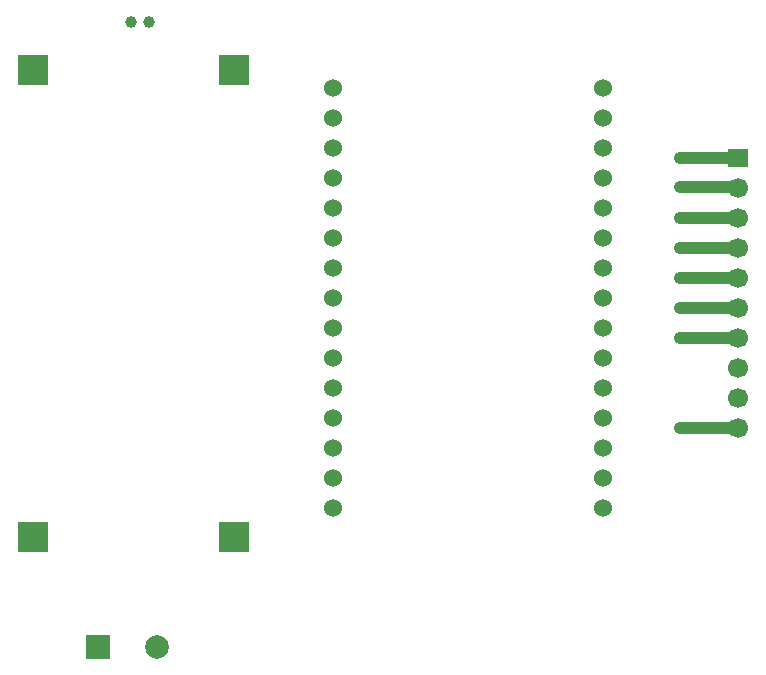
<source format=gtl>
G04 Layer: TopLayer*
G04 EasyEDA v6.5.23, 2023-06-30 18:48:12*
G04 ce63e0724e664fe1a00c4e868be84300,cc60af95848b4e47b89df648a6ada5ad,10*
G04 Gerber Generator version 0.2*
G04 Scale: 100 percent, Rotated: No, Reflected: No *
G04 Dimensions in millimeters *
G04 leading zeros omitted , absolute positions ,4 integer and 5 decimal *
%FSLAX45Y45*%
%MOMM*%

%ADD10C,1.0000*%
%ADD11C,1.5240*%
%ADD12C,1.7000*%
%ADD13R,1.7000X1.5748*%
%ADD14R,2.5400X2.5400*%
%ADD15C,2.0000*%
%ADD16R,2.0000X2.0000*%

%LPD*%
D10*
X5918200Y2565400D02*
G01*
X6413500Y2565400D01*
X5918200Y3327400D02*
G01*
X6413500Y3327400D01*
X5918200Y3581400D02*
G01*
X6413500Y3581400D01*
X5918200Y3835400D02*
G01*
X6413500Y3835400D01*
X5918200Y4089400D02*
G01*
X6413500Y4089400D01*
X5918200Y4343400D02*
G01*
X6413500Y4343400D01*
X5918200Y4610100D02*
G01*
X6400800Y4610100D01*
X6413500Y4597400D01*
X5918200Y4851400D02*
G01*
X6413500Y4851400D01*
D11*
G01*
X5270500Y1892300D03*
G01*
X5270245Y2146045D03*
G01*
X5270245Y2400045D03*
G01*
X5270245Y2654045D03*
G01*
X5270245Y2908045D03*
G01*
X5270245Y3162045D03*
G01*
X5270245Y3416045D03*
G01*
X5270245Y3670045D03*
G01*
X5270245Y3924045D03*
G01*
X5270245Y4178045D03*
G01*
X5270245Y4432045D03*
G01*
X5270245Y4686045D03*
G01*
X5270245Y4940045D03*
G01*
X5270245Y5194045D03*
G01*
X5270245Y5448045D03*
G01*
X2984245Y5448045D03*
G01*
X2984245Y5194045D03*
G01*
X2984245Y4940045D03*
G01*
X2984245Y4686045D03*
G01*
X2984245Y4432045D03*
G01*
X2984245Y4178045D03*
G01*
X2984245Y3924045D03*
G01*
X2984245Y3670045D03*
G01*
X2984245Y3416045D03*
G01*
X2984245Y3162045D03*
G01*
X2984245Y2908045D03*
G01*
X2984245Y2654045D03*
G01*
X2984245Y2400045D03*
G01*
X2984245Y2146045D03*
G01*
X2984245Y1892045D03*
D12*
G01*
X6413500Y2565400D03*
G01*
X6413500Y2819400D03*
G01*
X6413500Y3073400D03*
G01*
X6413500Y3327400D03*
G01*
X6413500Y3581400D03*
G01*
X6413500Y3835400D03*
G01*
X6413500Y4089400D03*
G01*
X6413500Y4343400D03*
G01*
X6413500Y4597400D03*
D13*
G01*
X6413500Y4851400D03*
D14*
G01*
X445414Y1644497D03*
G01*
X445414Y5594502D03*
G01*
X2145411Y5594502D03*
G01*
X2145411Y1644497D03*
D15*
G01*
X1494586Y711200D03*
D16*
G01*
X994613Y711200D03*
D10*
G01*
X1421256Y6007100D03*
G01*
X1271143Y6007100D03*
G01*
X5918200Y4610100D03*
G01*
X5918200Y4343400D03*
G01*
X5918200Y4089400D03*
G01*
X5918200Y3835400D03*
G01*
X5918200Y3581400D03*
G01*
X5918200Y3327400D03*
G01*
X5918200Y2565400D03*
G01*
X5918200Y4851400D03*
M02*

</source>
